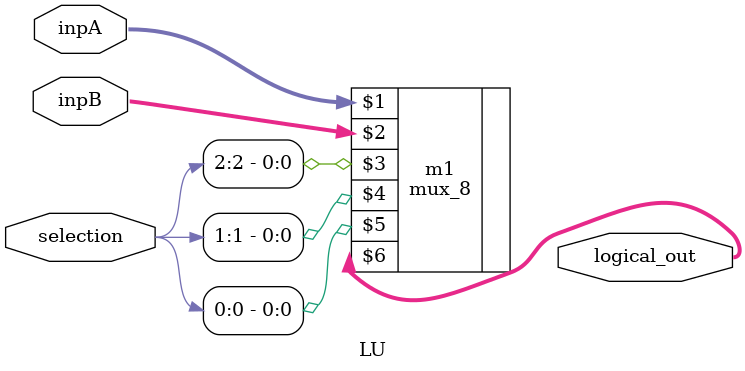
<source format=v>
`include "mux_8x1.v"

module LU(inpA, inpB, logical_out, selection);

input [15 : 0] inpA, inpB;
input [2 : 0] selection;
output [15 : 0] logical_out;

mux_8 m1(inpA, inpB, selection[2], selection[1], selection[0], logical_out);

endmodule
</source>
